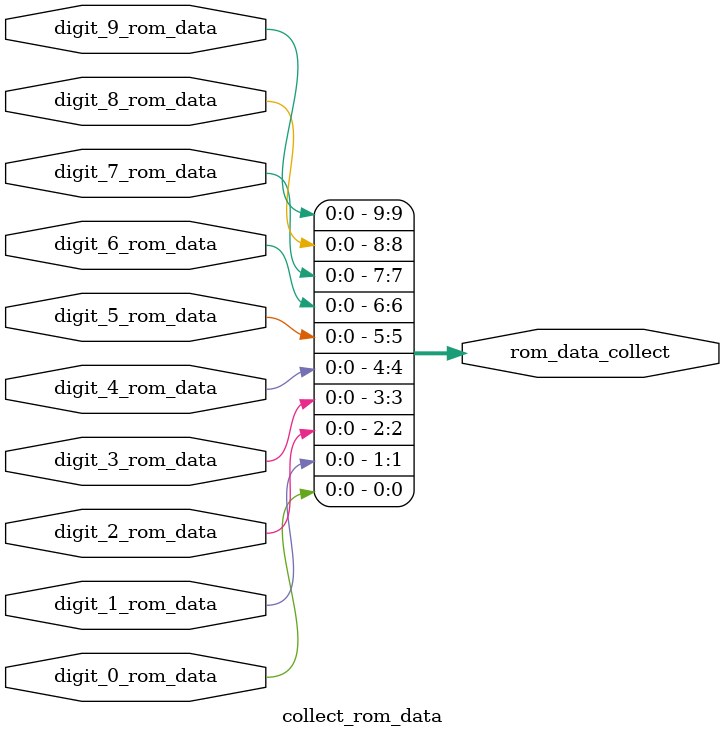
<source format=v>
module collect_rom_data(
    input digit_0_rom_data,
    input digit_1_rom_data,
    input digit_2_rom_data,
    input digit_3_rom_data,
    input digit_4_rom_data,
    input digit_5_rom_data,
    input digit_6_rom_data,
    input digit_7_rom_data,
    input digit_8_rom_data,
    input digit_9_rom_data,
    
    output [9:0] rom_data_collect
    );
    
    assign rom_data_collect = {digit_9_rom_data, 
                               digit_8_rom_data, 
                               digit_7_rom_data,
                               digit_6_rom_data,
                               digit_5_rom_data,
                               digit_4_rom_data,
                               digit_3_rom_data,
                               digit_2_rom_data,
                               digit_1_rom_data,
                               digit_0_rom_data};
endmodule

</source>
